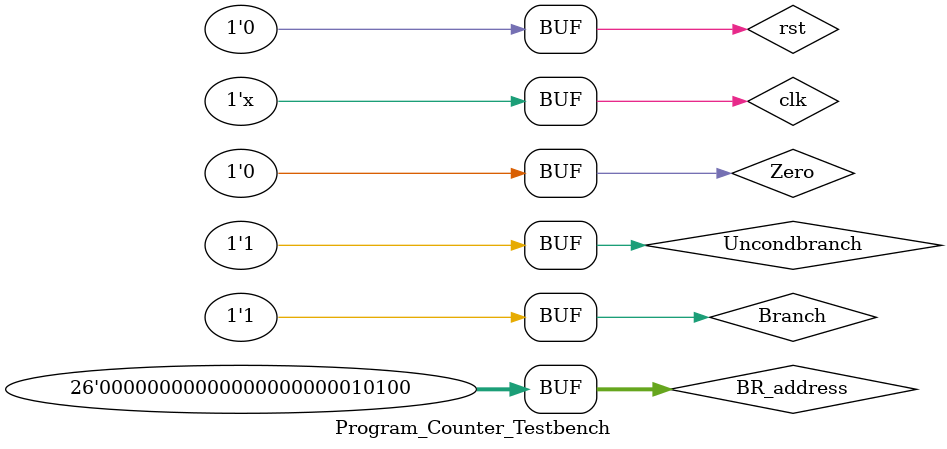
<source format=v>
`timescale 1ns / 1ns

module Program_Counter_Testbench;

    parameter BITSIZE = 64;
    
    reg Zero, Branch, Uncondbranch;
    reg [25:0]BR_address;
    reg clk, rst;

    wire [BITSIZE-1:0] PC;

    ProgramCounter uut(PC, BR_address, Zero, Branch, Uncondbranch, clk, rst);

    initial
    begin
        clk = 0;
        rst = 1;
        Zero = 0;
        Branch = 0;
        Uncondbranch = 0;
        BR_address = 20;
        
        #1
        rst = 0;
        
        #10
        Zero = 1;
        
        #1
        Branch = 1;
        
        
        #1
        Zero = 0;
        
        
        #1
        Uncondbranch = 1;
       
    end
    
    always
        #1 clk = !clk;

endmodule

</source>
